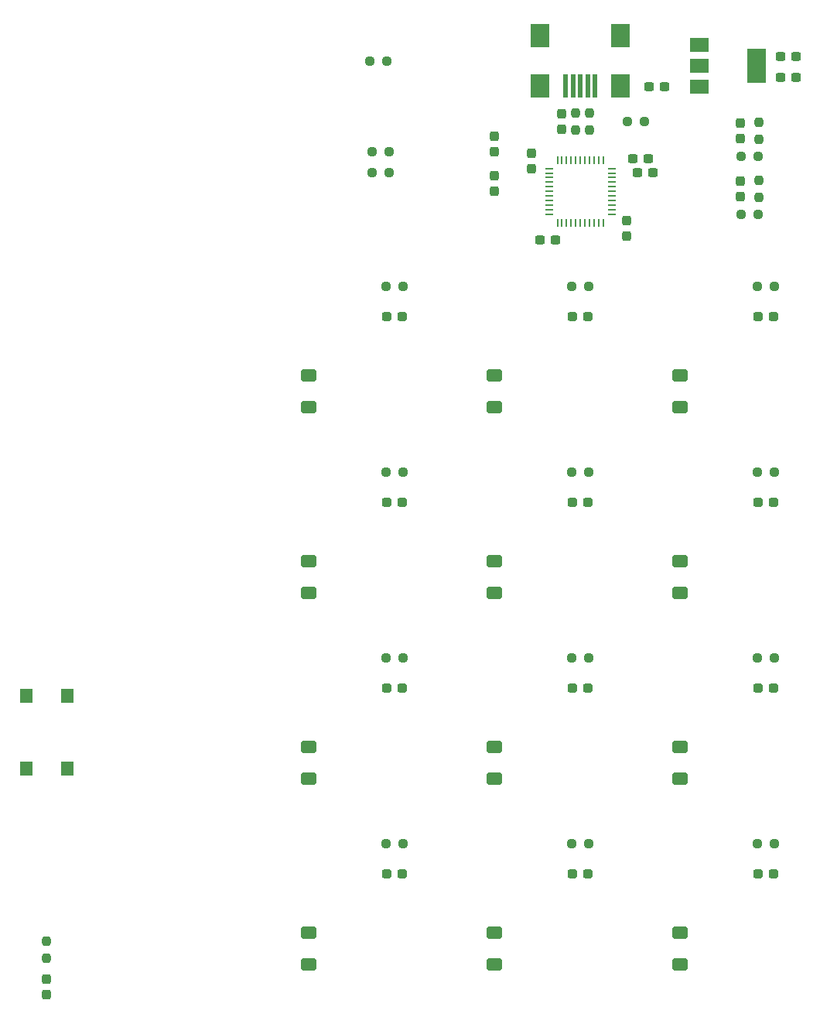
<source format=gtp>
%TF.GenerationSoftware,KiCad,Pcbnew,7.0.7*%
%TF.CreationDate,2023-10-21T15:17:40+02:00*%
%TF.ProjectId,mpad,6d706164-2e6b-4696-9361-645f70636258,rev?*%
%TF.SameCoordinates,Original*%
%TF.FileFunction,Paste,Top*%
%TF.FilePolarity,Positive*%
%FSLAX46Y46*%
G04 Gerber Fmt 4.6, Leading zero omitted, Abs format (unit mm)*
G04 Created by KiCad (PCBNEW 7.0.7) date 2023-10-21 15:17:40*
%MOMM*%
%LPD*%
G01*
G04 APERTURE LIST*
G04 Aperture macros list*
%AMRoundRect*
0 Rectangle with rounded corners*
0 $1 Rounding radius*
0 $2 $3 $4 $5 $6 $7 $8 $9 X,Y pos of 4 corners*
0 Add a 4 corners polygon primitive as box body*
4,1,4,$2,$3,$4,$5,$6,$7,$8,$9,$2,$3,0*
0 Add four circle primitives for the rounded corners*
1,1,$1+$1,$2,$3*
1,1,$1+$1,$4,$5*
1,1,$1+$1,$6,$7*
1,1,$1+$1,$8,$9*
0 Add four rect primitives between the rounded corners*
20,1,$1+$1,$2,$3,$4,$5,0*
20,1,$1+$1,$4,$5,$6,$7,0*
20,1,$1+$1,$6,$7,$8,$9,0*
20,1,$1+$1,$8,$9,$2,$3,0*%
G04 Aperture macros list end*
%ADD10RoundRect,0.237500X-0.250000X-0.237500X0.250000X-0.237500X0.250000X0.237500X-0.250000X0.237500X0*%
%ADD11RoundRect,0.237500X-0.287500X-0.237500X0.287500X-0.237500X0.287500X0.237500X-0.287500X0.237500X0*%
%ADD12RoundRect,0.237500X0.237500X-0.300000X0.237500X0.300000X-0.237500X0.300000X-0.237500X-0.300000X0*%
%ADD13RoundRect,0.250000X-0.600000X0.400000X-0.600000X-0.400000X0.600000X-0.400000X0.600000X0.400000X0*%
%ADD14RoundRect,0.237500X0.250000X0.237500X-0.250000X0.237500X-0.250000X-0.237500X0.250000X-0.237500X0*%
%ADD15RoundRect,0.237500X0.300000X0.237500X-0.300000X0.237500X-0.300000X-0.237500X0.300000X-0.237500X0*%
%ADD16RoundRect,0.062500X-0.062500X0.375000X-0.062500X-0.375000X0.062500X-0.375000X0.062500X0.375000X0*%
%ADD17RoundRect,0.062500X-0.375000X0.062500X-0.375000X-0.062500X0.375000X-0.062500X0.375000X0.062500X0*%
%ADD18R,1.400000X1.600000*%
%ADD19RoundRect,0.237500X-0.237500X0.250000X-0.237500X-0.250000X0.237500X-0.250000X0.237500X0.250000X0*%
%ADD20RoundRect,0.237500X-0.300000X-0.237500X0.300000X-0.237500X0.300000X0.237500X-0.300000X0.237500X0*%
%ADD21RoundRect,0.237500X-0.237500X0.300000X-0.237500X-0.300000X0.237500X-0.300000X0.237500X0.300000X0*%
%ADD22RoundRect,0.237500X0.237500X-0.250000X0.237500X0.250000X-0.237500X0.250000X-0.237500X-0.250000X0*%
%ADD23R,0.500000X2.500000*%
%ADD24R,2.000000X2.500000*%
%ADD25R,2.000000X1.500000*%
%ADD26R,2.000000X3.800000*%
%ADD27RoundRect,0.237500X0.237500X-0.287500X0.237500X0.287500X-0.237500X0.287500X-0.237500X-0.287500X0*%
G04 APERTURE END LIST*
D10*
%TO.C,R23*%
X171299500Y-66167000D03*
X173124500Y-66167000D03*
%TD*%
D11*
%TO.C,D23*%
X152795000Y-138303000D03*
X154545000Y-138303000D03*
%TD*%
D12*
%TO.C,C8*%
X171196000Y-64235500D03*
X171196000Y-62510500D03*
%TD*%
D13*
%TO.C,D10*%
X123952000Y-144681000D03*
X123952000Y-148181000D03*
%TD*%
D11*
%TO.C,D22*%
X132475000Y-138303000D03*
X134225000Y-138303000D03*
%TD*%
%TO.C,D24*%
X173115000Y-138303000D03*
X174865000Y-138303000D03*
%TD*%
D14*
%TO.C,R4*%
X134262500Y-94361000D03*
X132437500Y-94361000D03*
%TD*%
%TO.C,R15*%
X132738500Y-59309000D03*
X130913500Y-59309000D03*
%TD*%
D11*
%TO.C,D14*%
X152795000Y-77343000D03*
X154545000Y-77343000D03*
%TD*%
D13*
%TO.C,D1*%
X123952000Y-83721000D03*
X123952000Y-87221000D03*
%TD*%
%TO.C,D6*%
X164592000Y-104041000D03*
X164592000Y-107541000D03*
%TD*%
D11*
%TO.C,D21*%
X173115000Y-117983000D03*
X174865000Y-117983000D03*
%TD*%
D15*
%TO.C,C1*%
X150976500Y-68961000D03*
X149251500Y-68961000D03*
%TD*%
D16*
%TO.C,U2*%
X156170000Y-60189500D03*
X155670000Y-60189500D03*
X155170000Y-60189500D03*
X154670000Y-60189500D03*
X154170000Y-60189500D03*
X153670000Y-60189500D03*
X153170000Y-60189500D03*
X152670000Y-60189500D03*
X152170000Y-60189500D03*
X151670000Y-60189500D03*
X151170000Y-60189500D03*
D17*
X150232500Y-61127000D03*
X150232500Y-61627000D03*
X150232500Y-62127000D03*
X150232500Y-62627000D03*
X150232500Y-63127000D03*
X150232500Y-63627000D03*
X150232500Y-64127000D03*
X150232500Y-64627000D03*
X150232500Y-65127000D03*
X150232500Y-65627000D03*
X150232500Y-66127000D03*
D16*
X151170000Y-67064500D03*
X151670000Y-67064500D03*
X152170000Y-67064500D03*
X152670000Y-67064500D03*
X153170000Y-67064500D03*
X153670000Y-67064500D03*
X154170000Y-67064500D03*
X154670000Y-67064500D03*
X155170000Y-67064500D03*
X155670000Y-67064500D03*
X156170000Y-67064500D03*
D17*
X157107500Y-66127000D03*
X157107500Y-65627000D03*
X157107500Y-65127000D03*
X157107500Y-64627000D03*
X157107500Y-64127000D03*
X157107500Y-63627000D03*
X157107500Y-63127000D03*
X157107500Y-62627000D03*
X157107500Y-62127000D03*
X157107500Y-61627000D03*
X157107500Y-61127000D03*
%TD*%
D11*
%TO.C,D20*%
X152795000Y-117983000D03*
X154545000Y-117983000D03*
%TD*%
D12*
%TO.C,C13*%
X151638000Y-56869500D03*
X151638000Y-55144500D03*
%TD*%
D18*
%TO.C,SW1*%
X97500000Y-118809000D03*
X97500000Y-126809000D03*
X93000000Y-118809000D03*
X93000000Y-126809000D03*
%TD*%
D14*
%TO.C,R5*%
X154582500Y-94361000D03*
X152757500Y-94361000D03*
%TD*%
D13*
%TO.C,D9*%
X164592000Y-124361000D03*
X164592000Y-127861000D03*
%TD*%
D11*
%TO.C,D17*%
X152795000Y-97663000D03*
X154545000Y-97663000D03*
%TD*%
D19*
%TO.C,R20*%
X173228000Y-56110500D03*
X173228000Y-57935500D03*
%TD*%
D14*
%TO.C,R3*%
X174902500Y-74041000D03*
X173077500Y-74041000D03*
%TD*%
D20*
%TO.C,C5*%
X159411500Y-60071000D03*
X161136500Y-60071000D03*
%TD*%
D21*
%TO.C,C3*%
X158750000Y-66828500D03*
X158750000Y-68553500D03*
%TD*%
D15*
%TO.C,C10*%
X162914500Y-52197000D03*
X161189500Y-52197000D03*
%TD*%
D14*
%TO.C,R2*%
X154582500Y-74041000D03*
X152757500Y-74041000D03*
%TD*%
%TO.C,R12*%
X174902500Y-135001000D03*
X173077500Y-135001000D03*
%TD*%
%TO.C,R6*%
X174902500Y-94361000D03*
X173077500Y-94361000D03*
%TD*%
%TO.C,R11*%
X154582500Y-135001000D03*
X152757500Y-135001000D03*
%TD*%
D22*
%TO.C,R18*%
X154686000Y-56919500D03*
X154686000Y-55094500D03*
%TD*%
D13*
%TO.C,D3*%
X164592000Y-83721000D03*
X164592000Y-87221000D03*
%TD*%
%TO.C,D4*%
X123952000Y-104041000D03*
X123952000Y-107541000D03*
%TD*%
D14*
%TO.C,R14*%
X132738500Y-61595000D03*
X130913500Y-61595000D03*
%TD*%
D19*
%TO.C,R21*%
X173228000Y-62460500D03*
X173228000Y-64285500D03*
%TD*%
D11*
%TO.C,D19*%
X132475000Y-117983000D03*
X134225000Y-117983000D03*
%TD*%
D14*
%TO.C,R16*%
X132484500Y-49403000D03*
X130659500Y-49403000D03*
%TD*%
D23*
%TO.C,J1*%
X155270000Y-52109000D03*
X154470000Y-52109000D03*
X153670000Y-52109000D03*
X152870000Y-52109000D03*
X152070000Y-52109000D03*
D24*
X158070000Y-52109000D03*
X158070000Y-46609000D03*
X149270000Y-52109000D03*
X149270000Y-46609000D03*
%TD*%
D11*
%TO.C,D18*%
X173115000Y-97663000D03*
X174865000Y-97663000D03*
%TD*%
D13*
%TO.C,D12*%
X164592000Y-144681000D03*
X164592000Y-148181000D03*
%TD*%
%TO.C,D7*%
X123952000Y-124361000D03*
X123952000Y-127861000D03*
%TD*%
D25*
%TO.C,U1*%
X166674000Y-47611000D03*
X166674000Y-49911000D03*
D26*
X172974000Y-49911000D03*
D25*
X166674000Y-52211000D03*
%TD*%
D14*
%TO.C,R7*%
X134262500Y-114681000D03*
X132437500Y-114681000D03*
%TD*%
D11*
%TO.C,D15*%
X173115000Y-77343000D03*
X174865000Y-77343000D03*
%TD*%
D21*
%TO.C,C2*%
X144272000Y-61912500D03*
X144272000Y-63637500D03*
%TD*%
D12*
%TO.C,C9*%
X171196000Y-57885500D03*
X171196000Y-56160500D03*
%TD*%
D10*
%TO.C,R22*%
X171299500Y-59817000D03*
X173124500Y-59817000D03*
%TD*%
D13*
%TO.C,D5*%
X144272000Y-104041000D03*
X144272000Y-107541000D03*
%TD*%
D22*
%TO.C,R17*%
X153162000Y-56919500D03*
X153162000Y-55094500D03*
%TD*%
D20*
%TO.C,C6*%
X159919500Y-61595000D03*
X161644500Y-61595000D03*
%TD*%
D14*
%TO.C,R19*%
X160678500Y-56007000D03*
X158853500Y-56007000D03*
%TD*%
%TO.C,R9*%
X174902500Y-114681000D03*
X173077500Y-114681000D03*
%TD*%
D13*
%TO.C,D11*%
X144272000Y-144681000D03*
X144272000Y-148181000D03*
%TD*%
D20*
%TO.C,C11*%
X175565500Y-51181000D03*
X177290500Y-51181000D03*
%TD*%
D14*
%TO.C,R10*%
X134262500Y-135001000D03*
X132437500Y-135001000D03*
%TD*%
D11*
%TO.C,D13*%
X132475000Y-77343000D03*
X134225000Y-77343000D03*
%TD*%
D12*
%TO.C,C7*%
X148336000Y-61187500D03*
X148336000Y-59462500D03*
%TD*%
D22*
%TO.C,R13*%
X95250000Y-147494000D03*
X95250000Y-145669000D03*
%TD*%
D14*
%TO.C,R8*%
X154582500Y-114681000D03*
X152757500Y-114681000D03*
%TD*%
D27*
%TO.C,CAP1*%
X95250000Y-151520500D03*
X95250000Y-149770500D03*
%TD*%
D12*
%TO.C,C4*%
X144272000Y-59319500D03*
X144272000Y-57594500D03*
%TD*%
D11*
%TO.C,D16*%
X132475000Y-97663000D03*
X134225000Y-97663000D03*
%TD*%
D13*
%TO.C,D8*%
X144272000Y-124361000D03*
X144272000Y-127861000D03*
%TD*%
D20*
%TO.C,C12*%
X175565500Y-48895000D03*
X177290500Y-48895000D03*
%TD*%
D13*
%TO.C,D2*%
X144272000Y-83721000D03*
X144272000Y-87221000D03*
%TD*%
D14*
%TO.C,R1*%
X134262500Y-74041000D03*
X132437500Y-74041000D03*
%TD*%
M02*

</source>
